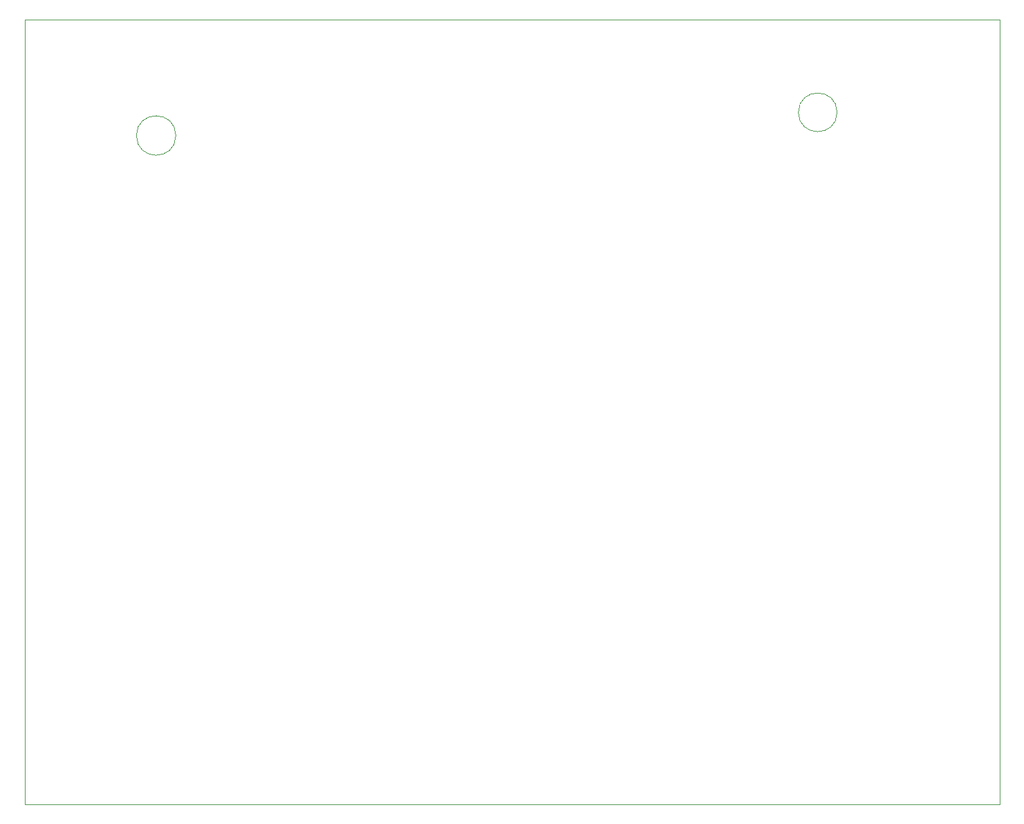
<source format=gbr>
%TF.GenerationSoftware,KiCad,Pcbnew,(6.0.7)*%
%TF.CreationDate,2022-09-15T13:57:49+00:00*%
%TF.ProjectId,Current board,43757272-656e-4742-9062-6f6172642e6b,rev?*%
%TF.SameCoordinates,Original*%
%TF.FileFunction,Profile,NP*%
%FSLAX46Y46*%
G04 Gerber Fmt 4.6, Leading zero omitted, Abs format (unit mm)*
G04 Created by KiCad (PCBNEW (6.0.7)) date 2022-09-15 13:57:49*
%MOMM*%
%LPD*%
G01*
G04 APERTURE LIST*
%TA.AperFunction,Profile*%
%ADD10C,0.050000*%
%TD*%
G04 APERTURE END LIST*
D10*
X133549510Y-45500000D02*
G75*
G03*
X133549510Y-45500000I-2549510J0D01*
G01*
X219000000Y-42500000D02*
G75*
G03*
X219000000Y-42500000I-2500000J0D01*
G01*
X240000000Y-30500000D02*
X240000000Y-132000000D01*
X114000000Y-132000000D02*
X119500000Y-132000000D01*
X114000000Y-30500000D02*
X114000000Y-132000000D01*
X240000000Y-132000000D02*
X119500000Y-132000000D01*
X114000000Y-30500000D02*
X240000000Y-30500000D01*
M02*

</source>
